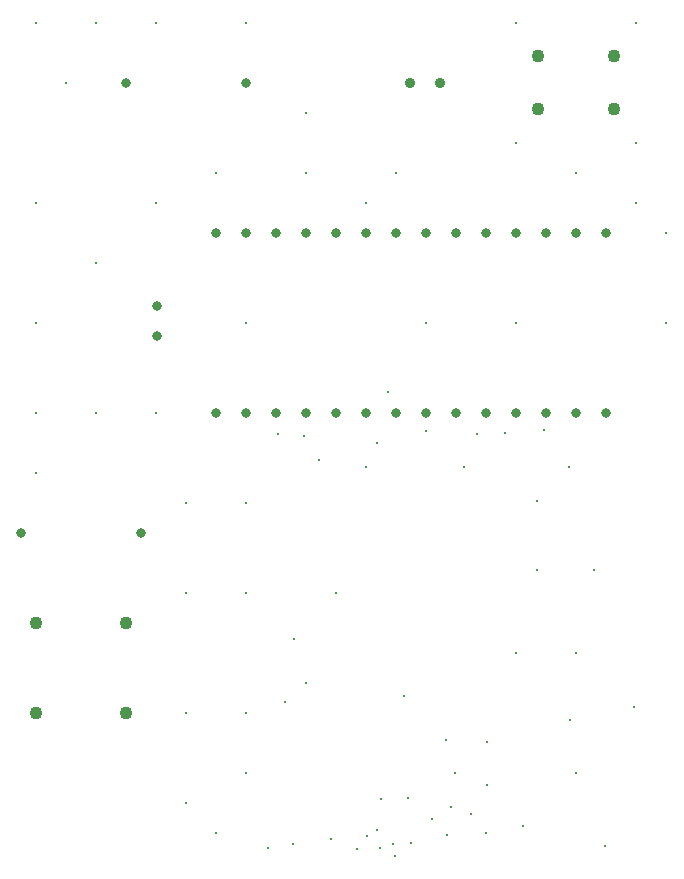
<source format=gbr>
%TF.GenerationSoftware,KiCad,Pcbnew,9.0.5-1.fc42*%
%TF.CreationDate,2025-11-09T17:29:05+08:00*%
%TF.ProjectId,JACC64-16K,4a414343-3634-42d3-9136-4b2e6b696361,rev?*%
%TF.SameCoordinates,Original*%
%TF.FileFunction,Plated,1,2,PTH,Drill*%
%TF.FilePolarity,Positive*%
%FSLAX46Y46*%
G04 Gerber Fmt 4.6, Leading zero omitted, Abs format (unit mm)*
G04 Created by KiCad (PCBNEW 9.0.5-1.fc42) date 2025-11-09 17:29:05*
%MOMM*%
%LPD*%
G01*
G04 APERTURE LIST*
%TA.AperFunction,ViaDrill*%
%ADD10C,0.300000*%
%TD*%
%TA.AperFunction,ComponentDrill*%
%ADD11C,0.800000*%
%TD*%
%TA.AperFunction,ComponentDrill*%
%ADD12C,0.900000*%
%TD*%
%TA.AperFunction,ComponentDrill*%
%ADD13C,1.100000*%
%TD*%
G04 APERTURE END LIST*
D10*
X116840000Y-58420000D03*
X116840000Y-73660000D03*
X116840000Y-83820000D03*
X116840000Y-91440000D03*
X116840000Y-96520000D03*
X119380000Y-63500000D03*
X121920000Y-58420000D03*
X121920000Y-78740000D03*
X121920000Y-91440000D03*
X127000000Y-58420000D03*
X127000000Y-73660000D03*
X127000000Y-91440000D03*
X129540000Y-99060000D03*
X129540000Y-106680000D03*
X129540000Y-116840000D03*
X129540000Y-124460000D03*
X132080000Y-71120000D03*
X132080000Y-127000000D03*
X134620000Y-58420000D03*
X134620000Y-83820000D03*
X134620000Y-99060000D03*
X134620000Y-106680000D03*
X134620000Y-116840000D03*
X134620000Y-121920000D03*
X136446700Y-128275600D03*
X137291900Y-93210900D03*
X137924520Y-115879450D03*
X138558400Y-127968300D03*
X138643800Y-110561600D03*
X139559592Y-93390418D03*
X139700000Y-66040000D03*
X139700000Y-71120000D03*
X139700000Y-114300000D03*
X140827177Y-95417558D03*
X141833511Y-127487787D03*
X142240000Y-106680000D03*
X143975600Y-128390200D03*
X144780000Y-73660000D03*
X144780000Y-96017600D03*
X144872500Y-127276500D03*
X145679015Y-93997303D03*
X145690800Y-126755100D03*
X146000448Y-128282597D03*
X146083605Y-124139256D03*
X146608000Y-89690000D03*
X147035900Y-127954200D03*
X147215335Y-128982165D03*
X147320000Y-71120000D03*
X148014506Y-115443282D03*
X148360000Y-124044800D03*
X148560906Y-127894276D03*
X149860000Y-83820000D03*
X149889300Y-93002600D03*
X150382374Y-125858763D03*
X151565200Y-119162500D03*
X151667175Y-127197599D03*
X151933500Y-124812500D03*
X152347500Y-121958700D03*
X153077500Y-96017600D03*
X153704451Y-125365662D03*
X154186600Y-93225800D03*
X154940000Y-127000000D03*
X154995800Y-122974000D03*
X154997400Y-119288000D03*
X156536900Y-93181300D03*
X157480000Y-58420000D03*
X157480000Y-68580000D03*
X157480000Y-83820000D03*
X157480000Y-111760000D03*
X158031100Y-126457700D03*
X159243719Y-98891187D03*
X159275700Y-104744000D03*
X159810700Y-92907700D03*
X162003800Y-96017600D03*
X162072770Y-117410756D03*
X162560000Y-71120000D03*
X162560000Y-111760000D03*
X162560000Y-121920000D03*
X164066200Y-104744000D03*
X165031100Y-128129694D03*
X167450500Y-116379200D03*
X167640000Y-58420000D03*
X167640000Y-68580000D03*
X167640000Y-73660000D03*
X170180000Y-76200000D03*
X170180000Y-83820000D03*
D11*
%TO.C,R1*%
X115570000Y-101600000D03*
%TO.C,R2*%
X124460000Y-63500000D03*
%TO.C,R1*%
X125730000Y-101600000D03*
%TO.C,C1*%
X127075800Y-82411100D03*
X127075800Y-84911100D03*
%TO.C,U1*%
X132080000Y-76200000D03*
X132080000Y-91440000D03*
%TO.C,R2*%
X134620000Y-63500000D03*
%TO.C,U1*%
X134620000Y-76200000D03*
X134620000Y-91440000D03*
X137160000Y-76200000D03*
X137160000Y-91440000D03*
X139700000Y-76200000D03*
X139700000Y-91440000D03*
X142240000Y-76200000D03*
X142240000Y-91440000D03*
X144780000Y-76200000D03*
X144780000Y-91440000D03*
X147320000Y-76200000D03*
X147320000Y-91440000D03*
X149860000Y-76200000D03*
X149860000Y-91440000D03*
X152400000Y-76200000D03*
X152400000Y-91440000D03*
X154940000Y-76200000D03*
X154940000Y-91440000D03*
X157480000Y-76200000D03*
X157480000Y-91440000D03*
X160020000Y-76200000D03*
X160020000Y-91440000D03*
X162560000Y-76200000D03*
X162560000Y-91440000D03*
X165100000Y-76200000D03*
X165100000Y-91440000D03*
D12*
%TO.C,D3*%
X148535944Y-63500000D03*
X151075944Y-63500000D03*
D13*
%TO.C,D1*%
X116840000Y-109220000D03*
%TO.C,D2*%
X116840000Y-116840000D03*
%TO.C,D1*%
X124460000Y-109220000D03*
%TO.C,D2*%
X124460000Y-116840000D03*
%TO.C,SW1*%
X159310000Y-61250000D03*
X159310000Y-65750000D03*
X165810000Y-61250000D03*
X165810000Y-65750000D03*
M02*

</source>
